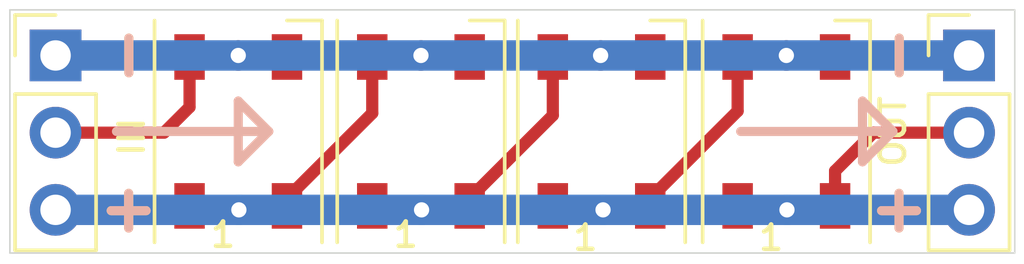
<source format=kicad_pcb>
(kicad_pcb (version 20221018) (generator pcbnew)
  (layers (0 "F.Cu" signal) (31 "B.Cu" signal) (34 "B.Paste" user) (35 "F.Paste" user) (36 "B.SilkS" user "B.Silkscreen") (37 "F.SilkS" user "F.Silkscreen") (38 "B.Mask" user) (39 "F.Mask" user) (44 "Edge.Cuts" user))
  (net 0 "")
  (net 1 "Net-(D1-Pad3)")
  (net 2 "Net-(D1-Pad4)")
  (net 3 "Net-(D1-Pad2)")
  (net 4 "Net-(D1-Pad1)")
  (net 5 "Net-(D2-Pad2)")
  (net 6 "Net-(D3-Pad2)")
  (net 7 "Net-(D4-Pad2)")
  (footprint "LED_SMD:LED_WS2812B_PLCC4_5.0x5.0mm_P3.2mm" (layer "F.Cu") (at 135 85.5 90)
    (fp_text reference "D2" hide)
    (fp_text value "WS2812B")
    (fp_text user "1" (at -3.4 -0.5 180) (layer "F.SilkS") (effects (font (size 0.8 0.8))))
    (fp_line (start -3.65 -2.75) (end 3.65 -2.75) (stroke (width 0.12)) (layer "F.SilkS"))
    (fp_line (start -3.65 2.75) (end 3.65 2.75) (stroke (width 0.12)) (layer "F.SilkS"))
    (fp_line (start 3.65 2.75) (end 3.65 1.6) (stroke (width 0.12)) (layer "F.SilkS"))
    (pad "1" smd rect (at -2.45 -1.6 90) (size 1.5 1) (layers "F.Cu" "F.Paste" "F.Mask") (net 4 "Net-(D1-Pad1)"))
    (pad "2" smd rect (at -2.45 1.6 90) (size 1.5 1) (layers "F.Cu" "F.Paste" "F.Mask") (net 5 "Net-(D2-Pad2)"))
    (pad "3" smd rect (at 2.45 1.6 90) (size 1.5 1) (layers "F.Cu" "F.Paste" "F.Mask") (net 1 "Net-(D1-Pad3)"))
    (pad "4" smd rect (at 2.45 -1.6 90) (size 1.5 1) (layers "F.Cu" "F.Paste" "F.Mask") (net 3 "Net-(D1-Pad2)"))
  )
  (footprint "Connector_PinHeader_2.54mm:PinHeader_1x03_P2.54mm_Vertical" (layer "F.Cu") (at 123 83)
    (fp_text reference "J1" hide)
    (fp_text value "IN" (at 2.5 2.674999 90) (layer "F.SilkS") (effects (font (size 0.8 0.8))))
    (fp_line (start -1.33 -1.33) (end 0 -1.33) (stroke (width 0.12)) (layer "F.SilkS"))
    (fp_line (start -1.33 0) (end -1.33 -1.33) (stroke (width 0.12)) (layer "F.SilkS"))
    (fp_line (start -1.33 1.27) (end -1.33 6.41) (stroke (width 0.12)) (layer "F.SilkS"))
    (fp_line (start -1.33 1.27) (end 1.33 1.27) (stroke (width 0.12)) (layer "F.SilkS"))
    (fp_line (start -1.33 6.41) (end 1.33 6.41) (stroke (width 0.12)) (layer "F.SilkS"))
    (fp_line (start 1.33 1.27) (end 1.33 6.41) (stroke (width 0.12)) (layer "F.SilkS"))
    (pad "1" thru_hole rect (at 0 0) (size 1.7 1.7) (drill 1) (layers "*.Cu" "*.Mask") (net 1 "Net-(D1-Pad3)"))
    (pad "2" thru_hole oval (at 0 2.54) (size 1.7 1.7) (drill 1) (layers "*.Cu" "*.Mask") (net 2 "Net-(D1-Pad4)"))
    (pad "3" thru_hole oval (at 0 5.08) (size 1.7 1.7) (drill 1) (layers "*.Cu" "*.Mask") (net 4 "Net-(D1-Pad1)"))
  )
  (footprint "Connector_PinHeader_2.54mm:PinHeader_1x03_P2.54mm_Vertical" (layer "F.Cu") (at 153 83)
    (fp_text reference "J2" hide)
    (fp_text value "OUT" (at -2.5 2.5 90) (layer "F.SilkS") (effects (font (size 0.8 0.8))))
    (fp_line (start -1.33 -1.33) (end 0 -1.33) (stroke (width 0.12)) (layer "F.SilkS"))
    (fp_line (start -1.33 0) (end -1.33 -1.33) (stroke (width 0.12)) (layer "F.SilkS"))
    (fp_line (start -1.33 1.27) (end -1.33 6.41) (stroke (width 0.12)) (layer "F.SilkS"))
    (fp_line (start -1.33 1.27) (end 1.33 1.27) (stroke (width 0.12)) (layer "F.SilkS"))
    (fp_line (start -1.33 6.41) (end 1.33 6.41) (stroke (width 0.12)) (layer "F.SilkS"))
    (fp_line (start 1.33 1.27) (end 1.33 6.41) (stroke (width 0.12)) (layer "F.SilkS"))
    (pad "1" thru_hole rect (at 0 0) (size 1.7 1.7) (drill 1) (layers "*.Cu" "*.Mask") (net 1 "Net-(D1-Pad3)"))
    (pad "2" thru_hole oval (at 0 2.54) (size 1.7 1.7) (drill 1) (layers "*.Cu" "*.Mask") (net 7 "Net-(D4-Pad2)"))
    (pad "3" thru_hole oval (at 0 5.08) (size 1.7 1.7) (drill 1) (layers "*.Cu" "*.Mask") (net 4 "Net-(D1-Pad1)"))
  )
  (footprint "LED_SMD:LED_WS2812B_PLCC4_5.0x5.0mm_P3.2mm" (layer "F.Cu") (at 140.930001 85.5 90)
    (fp_text reference "D3" hide)
    (fp_text value "WS2812B")
    (fp_text user "1" (at -3.5 -0.530001 180) (layer "F.SilkS") (effects (font (size 0.8 0.8))))
    (fp_line (start -3.65 -2.75) (end 3.65 -2.75) (stroke (width 0.12)) (layer "F.SilkS"))
    (fp_line (start -3.65 2.75) (end 3.65 2.75) (stroke (width 0.12)) (layer "F.SilkS"))
    (fp_line (start 3.65 2.75) (end 3.65 1.6) (stroke (width 0.12)) (layer "F.SilkS"))
    (pad "1" smd rect (at -2.45 -1.6 90) (size 1.5 1) (layers "F.Cu" "F.Paste" "F.Mask") (net 4 "Net-(D1-Pad1)"))
    (pad "2" smd rect (at -2.45 1.6 90) (size 1.5 1) (layers "F.Cu" "F.Paste" "F.Mask") (net 6 "Net-(D3-Pad2)"))
    (pad "3" smd rect (at 2.45 1.6 90) (size 1.5 1) (layers "F.Cu" "F.Paste" "F.Mask") (net 1 "Net-(D1-Pad3)"))
    (pad "4" smd rect (at 2.45 -1.6 90) (size 1.5 1) (layers "F.Cu" "F.Paste" "F.Mask") (net 5 "Net-(D2-Pad2)"))
  )
  (footprint "LED_SMD:LED_WS2812B_PLCC4_5.0x5.0mm_P3.2mm" (layer "F.Cu") (at 147 85.5 90)
    (fp_text reference "D4" hide)
    (fp_text value "WS2812B")
    (fp_text user "1" (at -3.5 -0.5 180) (layer "F.SilkS") (effects (font (size 0.8 0.8))))
    (fp_line (start -3.65 -2.75) (end 3.65 -2.75) (stroke (width 0.12)) (layer "F.SilkS"))
    (fp_line (start -3.65 2.75) (end 3.65 2.75) (stroke (width 0.12)) (layer "F.SilkS"))
    (fp_line (start 3.65 2.75) (end 3.65 1.6) (stroke (width 0.12)) (layer "F.SilkS"))
    (pad "1" smd rect (at -2.45 -1.6 90) (size 1.5 1) (layers "F.Cu" "F.Paste" "F.Mask") (net 4 "Net-(D1-Pad1)"))
    (pad "2" smd rect (at -2.45 1.6 90) (size 1.5 1) (layers "F.Cu" "F.Paste" "F.Mask") (net 7 "Net-(D4-Pad2)"))
    (pad "3" smd rect (at 2.45 1.6 90) (size 1.5 1) (layers "F.Cu" "F.Paste" "F.Mask") (net 1 "Net-(D1-Pad3)"))
    (pad "4" smd rect (at 2.45 -1.6 90) (size 1.5 1) (layers "F.Cu" "F.Paste" "F.Mask") (net 6 "Net-(D3-Pad2)"))
  )
  (footprint "LED_SMD:LED_WS2812B_PLCC4_5.0x5.0mm_P3.2mm" (layer "F.Cu") (at 129 85.5 90)
    (fp_text reference "D1" hide)
    (fp_text value "WS2812B")
    (fp_text user "1" (at -3.4 -0.5 180) (layer "F.SilkS") (effects (font (size 0.8 0.8))))
    (fp_line (start -3.65 -2.75) (end 3.65 -2.75) (stroke (width 0.12)) (layer "F.SilkS"))
    (fp_line (start -3.65 2.75) (end 3.65 2.75) (stroke (width 0.12)) (layer "F.SilkS"))
    (fp_line (start 3.65 2.75) (end 3.65 1.6) (stroke (width 0.12)) (layer "F.SilkS"))
    (pad "1" smd rect (at -2.45 -1.6 90) (size 1.5 1) (layers "F.Cu" "F.Paste" "F.Mask") (net 4 "Net-(D1-Pad1)"))
    (pad "2" smd rect (at -2.45 1.6 90) (size 1.5 1) (layers "F.Cu" "F.Paste" "F.Mask") (net 3 "Net-(D1-Pad2)"))
    (pad "3" smd rect (at 2.45 1.6 90) (size 1.5 1) (layers "F.Cu" "F.Paste" "F.Mask") (net 1 "Net-(D1-Pad3)"))
    (pad "4" smd rect (at 2.45 -1.6 90) (size 1.5 1) (layers "F.Cu" "F.Paste" "F.Mask") (net 2 "Net-(D1-Pad4)"))
  )
  (gr_line (start 129 86.5) (end 130 85.5) (stroke (width 0.3)) (layer "B.SilkS"))
  (gr_line (start 149.5 84.5) (end 149.5 86.5) (stroke (width 0.3)) (layer "B.SilkS"))
  (gr_line (start 149.5 86.5) (end 150.5 85.5) (stroke (width 0.3)) (layer "B.SilkS"))
  (gr_line (start 145.5 85.5) (end 150.5 85.5) (stroke (width 0.3)) (layer "B.SilkS"))
  (gr_line (start 150.5 85.5) (end 149.5 84.5) (stroke (width 0.3)) (layer "B.SilkS"))
  (gr_line (start 129 84.5) (end 129 86.5) (stroke (width 0.3)) (layer "B.SilkS"))
  (gr_line (start 130 85.5) (end 129 84.5) (stroke (width 0.3)) (layer "B.SilkS"))
  (gr_line (start 125 85.5) (end 130 85.5) (stroke (width 0.3)) (layer "B.SilkS"))
  (gr_line (start 121.5 89.5) (end 121.5 81.5) (stroke (width 0.05)) (layer "Edge.Cuts"))
  (gr_line (start 154.5 89.5) (end 121.5 89.5) (stroke (width 0.05)) (layer "Edge.Cuts"))
  (gr_line (start 154.5 81.5) (end 154.5 89.5) (stroke (width 0.05)) (layer "Edge.Cuts"))
  (gr_line (start 121.5 81.5) (end 154.5 81.5) (stroke (width 0.05)) (layer "Edge.Cuts"))
  (gr_text "-" (at 125.3 83 90) (layer "B.SilkS") (effects (font (size 1.5 1.5) (thickness 0.3)) (justify mirror)))
  (gr_text "+" (at 125.4 88) (layer "B.SilkS") (effects (font (size 1.5 1.5) (thickness 0.3)) (justify mirror)))
  (gr_text "+" (at 150.7 88) (layer "B.SilkS") (effects (font (size 1.5 1.5) (thickness 0.3)) (justify mirror)))
  (gr_text "-" (at 150.6 83 90) (layer "B.SilkS") (effects (font (size 1.5 1.5) (thickness 0.3)) (justify mirror)))
  (gr_text "-" (at 125.3 83 90) (layer "F.SilkS") (effects (font (size 1.5 1.5) (thickness 0.3)) (justify mirror)))
  (gr_text "+" (at 150.7 88) (layer "F.SilkS") (effects (font (size 1.5 1.5) (thickness 0.3)) (justify mirror)))
  (gr_text "-" (at 150.6 83 90) (layer "F.SilkS") (effects (font (size 1.5 1.5) (thickness 0.3)) (justify mirror)))
  (gr_text "+" (at 125.4 88) (layer "F.SilkS") (effects (font (size 1.5 1.5) (thickness 0.3)) (justify mirror)))
  (segment (start 140.9 83) (end 142.480001 83) (width 0.4) (layer "F.Cu") (net 1))
  (segment (start 136.55 83) (end 136.6 83.05) (width 0.4) (layer "F.Cu") (net 1))
  (segment (start 130.55 83) (end 130.6 83.05) (width 0.4) (layer "F.Cu") (net 1))
  (segment (start 129 83) (end 130.55 83) (width 0.4) (layer "F.Cu") (net 1))
  (segment (start 148.55 83) (end 148.6 83.05) (width 0.4) (layer "F.Cu") (net 1))
  (segment (start 135 83) (end 136.55 83) (width 0.4) (layer "F.Cu") (net 1))
  (segment (start 142.480001 83) (end 142.530001 83.05) (width 0.4) (layer "F.Cu") (net 1))
  (segment (start 147 83) (end 148.55 83) (width 0.4) (layer "F.Cu") (net 1))
  (via (at 135 83) (size 1) (drill 0.5) (layers "F.Cu" "B.Cu") (net 1))
  (via (at 129 83) (size 1) (drill 0.5) (layers "F.Cu" "B.Cu") (net 1))
  (via (at 147 83) (size 1) (drill 0.5) (layers "F.Cu" "B.Cu") (net 1))
  (via (at 140.9 83) (size 1) (drill 0.5) (layers "F.Cu" "B.Cu") (net 1))
  (segment (start 124.25 83) (end 129 83) (width 0.4) (layer "B.Cu") (net 1))
  (segment (start 129 83) (end 135 83) (width 0.4) (layer "B.Cu") (net 1))
  (segment (start 147 83) (end 153 83) (width 0.4) (layer "B.Cu") (net 1))
  (segment (start 140.9 83) (end 147 83) (width 0.4) (layer "B.Cu") (net 1))
  (segment (start 123 83) (end 124.25 83) (width 0.4) (layer "B.Cu") (net 1))
  (segment (start 123 83) (end 153 83) (width 1) (layer "B.Cu") (net 1))
  (segment (start 135 83) (end 140.9 83) (width 0.4) (layer "B.Cu") (net 1))
  (segment (start 127.4 84.7) (end 127.4 83.05) (width 0.4) (layer "F.Cu") (net 2))
  (segment (start 126.56 85.54) (end 127.4 84.7) (width 0.4) (layer "F.Cu") (net 2))
  (segment (start 123 85.54) (end 126.56 85.54) (width 0.4) (layer "F.Cu") (net 2))
  (segment (start 130.6 87.7) (end 133.4 84.9) (width 0.4) (layer "F.Cu") (net 3))
  (segment (start 133.4 84.9) (end 133.4 83.05) (width 0.4) (layer "F.Cu") (net 3))
  (segment (start 130.6 87.95) (end 130.6 87.7) (width 0.4) (layer "F.Cu") (net 3))
  (segment (start 133.53 88.08) (end 133.4 87.95) (width 0.4) (layer "F.Cu") (net 4))
  (segment (start 140.98 88.08) (end 139.460001 88.08) (width 0.4) (layer "F.Cu") (net 4))
  (segment (start 147.02 88.08) (end 145.53 88.08) (width 0.4) (layer "F.Cu") (net 4))
  (segment (start 129.02 88.08) (end 127.53 88.08) (width 0.4) (layer "F.Cu") (net 4))
  (segment (start 139.460001 88.08) (end 139.330001 87.95) (width 0.4) (layer "F.Cu") (net 4))
  (segment (start 145.53 88.08) (end 145.4 87.95) (width 0.4) (layer "F.Cu") (net 4))
  (segment (start 127.53 88.08) (end 127.4 87.95) (width 0.4) (layer "F.Cu") (net 4))
  (segment (start 135.02 88.08) (end 133.53 88.08) (width 0.4) (layer "F.Cu") (net 4))
  (via (at 140.98 88.08) (size 1) (drill 0.5) (layers "F.Cu" "B.Cu") (net 4))
  (via (at 147.02 88.08) (size 1) (drill 0.5) (layers "F.Cu" "B.Cu") (net 4))
  (via (at 135.02 88.08) (size 1) (drill 0.5) (layers "F.Cu" "B.Cu") (net 4))
  (via (at 129.02 88.08) (size 1) (drill 0.5) (layers "F.Cu" "B.Cu") (net 4))
  (segment (start 123 88.08) (end 129.02 88.08) (width 0.4) (layer "B.Cu") (net 4))
  (segment (start 135.02 88.08) (end 140.98 88.08) (width 0.4) (layer "B.Cu") (net 4))
  (segment (start 123 88.08) (end 153 88.08) (width 1) (layer "B.Cu") (net 4))
  (segment (start 140.98 88.08) (end 147.02 88.08) (width 0.4) (layer "B.Cu") (net 4))
  (segment (start 129.02 88.08) (end 135.02 88.08) (width 0.4) (layer "B.Cu") (net 4))
  (segment (start 147.02 88.08) (end 153 88.08) (width 0.4) (layer "B.Cu") (net 4))
  (segment (start 139.330001 84.969999) (end 139.330001 83.05) (width 0.4) (layer "F.Cu") (net 5))
  (segment (start 136.6 87.7) (end 139.330001 84.969999) (width 0.4) (layer "F.Cu") (net 5))
  (segment (start 136.6 87.95) (end 136.6 87.7) (width 0.4) (layer "F.Cu") (net 5))
  (segment (start 142.530001 87.7) (end 145.4 84.830001) (width 0.4) (layer "F.Cu") (net 6))
  (segment (start 145.4 84.830001) (end 145.4 83.05) (width 0.4) (layer "F.Cu") (net 6))
  (segment (start 142.530001 87.95) (end 142.530001 87.7) (width 0.4) (layer "F.Cu") (net 6))
  (segment (start 148.6 86.8) (end 149.86 85.54) (width 0.4) (layer "F.Cu") (net 7))
  (segment (start 148.6 87.95) (end 148.6 86.8) (width 0.4) (layer "F.Cu") (net 7))
  (segment (start 149.86 85.54) (end 153 85.54) (width 0.4) (layer "F.Cu") (net 7))
)
</source>
